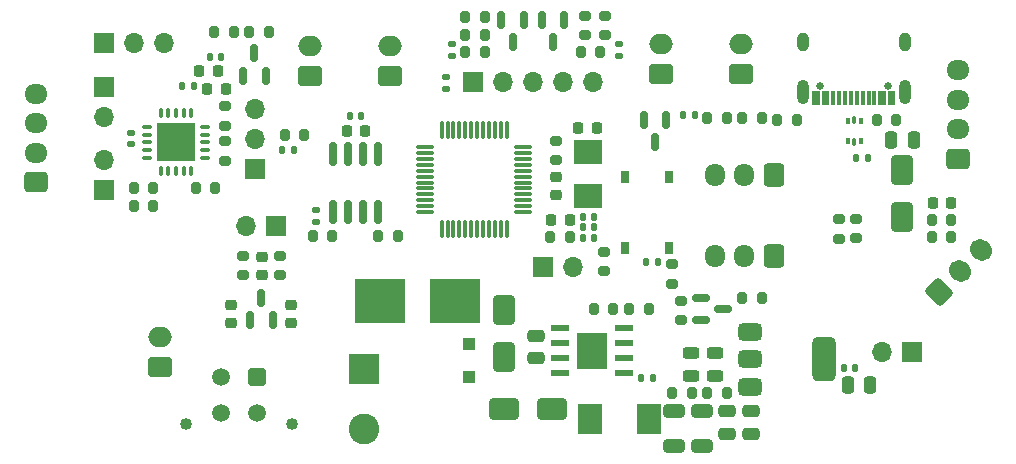
<source format=gbr>
%TF.GenerationSoftware,KiCad,Pcbnew,8.0.2-1*%
%TF.CreationDate,2024-05-25T19:53:03-04:00*%
%TF.ProjectId,checkpoint,63686563-6b70-46f6-996e-742e6b696361,v1.1*%
%TF.SameCoordinates,Original*%
%TF.FileFunction,Soldermask,Top*%
%TF.FilePolarity,Negative*%
%FSLAX46Y46*%
G04 Gerber Fmt 4.6, Leading zero omitted, Abs format (unit mm)*
G04 Created by KiCad (PCBNEW 8.0.2-1) date 2024-05-25 19:53:03*
%MOMM*%
%LPD*%
G01*
G04 APERTURE LIST*
G04 Aperture macros list*
%AMRoundRect*
0 Rectangle with rounded corners*
0 $1 Rounding radius*
0 $2 $3 $4 $5 $6 $7 $8 $9 X,Y pos of 4 corners*
0 Add a 4 corners polygon primitive as box body*
4,1,4,$2,$3,$4,$5,$6,$7,$8,$9,$2,$3,0*
0 Add four circle primitives for the rounded corners*
1,1,$1+$1,$2,$3*
1,1,$1+$1,$4,$5*
1,1,$1+$1,$6,$7*
1,1,$1+$1,$8,$9*
0 Add four rect primitives between the rounded corners*
20,1,$1+$1,$2,$3,$4,$5,0*
20,1,$1+$1,$4,$5,$6,$7,0*
20,1,$1+$1,$6,$7,$8,$9,0*
20,1,$1+$1,$8,$9,$2,$3,0*%
%AMHorizOval*
0 Thick line with rounded ends*
0 $1 width*
0 $2 $3 position (X,Y) of the first rounded end (center of the circle)*
0 $4 $5 position (X,Y) of the second rounded end (center of the circle)*
0 Add line between two ends*
20,1,$1,$2,$3,$4,$5,0*
0 Add two circle primitives to create the rounded ends*
1,1,$1,$2,$3*
1,1,$1,$4,$5*%
G04 Aperture macros list end*
%ADD10RoundRect,0.250000X0.750000X-0.600000X0.750000X0.600000X-0.750000X0.600000X-0.750000X-0.600000X0*%
%ADD11O,2.000000X1.700000*%
%ADD12RoundRect,0.140000X0.140000X0.170000X-0.140000X0.170000X-0.140000X-0.170000X0.140000X-0.170000X0*%
%ADD13RoundRect,0.200000X0.275000X-0.200000X0.275000X0.200000X-0.275000X0.200000X-0.275000X-0.200000X0*%
%ADD14RoundRect,0.250000X0.475000X-0.250000X0.475000X0.250000X-0.475000X0.250000X-0.475000X-0.250000X0*%
%ADD15RoundRect,0.200000X0.200000X0.275000X-0.200000X0.275000X-0.200000X-0.275000X0.200000X-0.275000X0*%
%ADD16R,1.700000X1.700000*%
%ADD17O,1.700000X1.700000*%
%ADD18RoundRect,0.075000X-0.075000X0.337500X-0.075000X-0.337500X0.075000X-0.337500X0.075000X0.337500X0*%
%ADD19RoundRect,0.075000X-0.337500X0.075000X-0.337500X-0.075000X0.337500X-0.075000X0.337500X0.075000X0*%
%ADD20R,3.250000X3.250000*%
%ADD21RoundRect,0.250000X-0.475000X0.250000X-0.475000X-0.250000X0.475000X-0.250000X0.475000X0.250000X0*%
%ADD22RoundRect,0.093750X-0.093750X0.156250X-0.093750X-0.156250X0.093750X-0.156250X0.093750X0.156250X0*%
%ADD23RoundRect,0.075000X-0.075000X0.250000X-0.075000X-0.250000X0.075000X-0.250000X0.075000X0.250000X0*%
%ADD24RoundRect,0.225000X0.225000X0.250000X-0.225000X0.250000X-0.225000X-0.250000X0.225000X-0.250000X0*%
%ADD25RoundRect,0.140000X-0.170000X0.140000X-0.170000X-0.140000X0.170000X-0.140000X0.170000X0.140000X0*%
%ADD26RoundRect,0.250000X0.650000X-1.000000X0.650000X1.000000X-0.650000X1.000000X-0.650000X-1.000000X0*%
%ADD27RoundRect,0.200000X-0.200000X-0.275000X0.200000X-0.275000X0.200000X0.275000X-0.200000X0.275000X0*%
%ADD28RoundRect,0.150000X0.150000X-0.587500X0.150000X0.587500X-0.150000X0.587500X-0.150000X-0.587500X0*%
%ADD29RoundRect,0.243750X-0.456250X0.243750X-0.456250X-0.243750X0.456250X-0.243750X0.456250X0.243750X0*%
%ADD30RoundRect,0.140000X-0.140000X-0.170000X0.140000X-0.170000X0.140000X0.170000X-0.140000X0.170000X0*%
%ADD31RoundRect,0.250000X-0.650000X0.325000X-0.650000X-0.325000X0.650000X-0.325000X0.650000X0.325000X0*%
%ADD32RoundRect,0.218750X0.218750X0.256250X-0.218750X0.256250X-0.218750X-0.256250X0.218750X-0.256250X0*%
%ADD33RoundRect,0.075000X0.662500X0.075000X-0.662500X0.075000X-0.662500X-0.075000X0.662500X-0.075000X0*%
%ADD34RoundRect,0.075000X0.075000X0.662500X-0.075000X0.662500X-0.075000X-0.662500X0.075000X-0.662500X0*%
%ADD35R,2.600000X2.600000*%
%ADD36C,2.600000*%
%ADD37RoundRect,0.150000X-0.150000X0.587500X-0.150000X-0.587500X0.150000X-0.587500X0.150000X0.587500X0*%
%ADD38RoundRect,0.250000X-0.250000X-0.475000X0.250000X-0.475000X0.250000X0.475000X-0.250000X0.475000X0*%
%ADD39RoundRect,0.225000X-0.250000X0.225000X-0.250000X-0.225000X0.250000X-0.225000X0.250000X0.225000X0*%
%ADD40RoundRect,0.150000X-0.150000X0.825000X-0.150000X-0.825000X0.150000X-0.825000X0.150000X0.825000X0*%
%ADD41RoundRect,0.250000X0.600000X0.725000X-0.600000X0.725000X-0.600000X-0.725000X0.600000X-0.725000X0*%
%ADD42O,1.700000X1.950000*%
%ADD43RoundRect,0.200000X-0.275000X0.200000X-0.275000X-0.200000X0.275000X-0.200000X0.275000X0.200000X0*%
%ADD44R,1.550000X0.600000*%
%ADD45R,2.600000X3.100000*%
%ADD46RoundRect,0.375000X-0.625000X-0.375000X0.625000X-0.375000X0.625000X0.375000X-0.625000X0.375000X0*%
%ADD47RoundRect,0.500000X-0.500000X-1.400000X0.500000X-1.400000X0.500000X1.400000X-0.500000X1.400000X0*%
%ADD48R,4.240000X3.810000*%
%ADD49R,2.000000X2.500000*%
%ADD50RoundRect,0.225000X-0.225000X-0.250000X0.225000X-0.250000X0.225000X0.250000X-0.225000X0.250000X0*%
%ADD51R,2.400000X2.000000*%
%ADD52RoundRect,0.225000X0.250000X-0.225000X0.250000X0.225000X-0.250000X0.225000X-0.250000X-0.225000X0*%
%ADD53RoundRect,0.250000X0.725000X-0.600000X0.725000X0.600000X-0.725000X0.600000X-0.725000X-0.600000X0*%
%ADD54O,1.950000X1.700000*%
%ADD55R,0.750000X1.000000*%
%ADD56RoundRect,0.250000X1.000000X0.650000X-1.000000X0.650000X-1.000000X-0.650000X1.000000X-0.650000X0*%
%ADD57C,0.650000*%
%ADD58R,0.300000X1.150000*%
%ADD59O,1.000000X2.100000*%
%ADD60O,1.000000X1.600000*%
%ADD61RoundRect,0.250000X-0.300000X0.300000X-0.300000X-0.300000X0.300000X-0.300000X0.300000X0.300000X0*%
%ADD62RoundRect,0.150000X-0.587500X-0.150000X0.587500X-0.150000X0.587500X0.150000X-0.587500X0.150000X0*%
%ADD63C,1.020000*%
%ADD64RoundRect,0.250001X0.499999X0.499999X-0.499999X0.499999X-0.499999X-0.499999X0.499999X-0.499999X0*%
%ADD65C,1.500000*%
%ADD66RoundRect,0.250000X0.088388X-0.936916X0.936916X-0.088388X-0.088388X0.936916X-0.936916X0.088388X0*%
%ADD67HorizOval,1.700000X-0.088388X0.088388X0.088388X-0.088388X0*%
G04 APERTURE END LIST*
D10*
%TO.C,J1*%
X27039592Y-7108882D03*
D11*
X27039592Y-4608882D03*
%TD*%
D12*
%TO.C,C5*%
X19479592Y-5488882D03*
X18519592Y-5488882D03*
%TD*%
D13*
%TO.C,R23*%
X71810000Y-19235000D03*
X71810000Y-20885000D03*
%TD*%
D12*
%TO.C,C6*%
X17170000Y-7980000D03*
X16210000Y-7980000D03*
%TD*%
D14*
%TO.C,C27*%
X46140000Y-31010000D03*
X46140000Y-29110000D03*
%TD*%
D15*
%TO.C,R35*%
X55704592Y-26848882D03*
X54054592Y-26848882D03*
%TD*%
D12*
%TO.C,C4*%
X59569592Y-10388882D03*
X58609592Y-10388882D03*
%TD*%
D16*
%TO.C,JP1*%
X24144592Y-19858882D03*
D17*
X21604592Y-19858882D03*
%TD*%
D18*
%TO.C,U1*%
X16979592Y-10285793D03*
X16329592Y-10285793D03*
X15679592Y-10285793D03*
X15029592Y-10285793D03*
X14379592Y-10285793D03*
D19*
X13242092Y-11423293D03*
X13242092Y-12073293D03*
X13242092Y-12723293D03*
X13242092Y-13373293D03*
X13242092Y-14023293D03*
D18*
X14379592Y-15160793D03*
X15029592Y-15160793D03*
X15679592Y-15160793D03*
X16329592Y-15160793D03*
X16979592Y-15160793D03*
D19*
X18117092Y-14023293D03*
X18117092Y-13373293D03*
X18117092Y-12723293D03*
X18117092Y-12073293D03*
X18117092Y-11423293D03*
D20*
X15679592Y-12723293D03*
%TD*%
D15*
%TO.C,R10*%
X41805000Y-2147500D03*
X40155000Y-2147500D03*
%TD*%
D21*
%TO.C,C30*%
X62349592Y-35498882D03*
X62349592Y-37398882D03*
%TD*%
D15*
%TO.C,R13*%
X18985000Y-16560000D03*
X17335000Y-16560000D03*
%TD*%
D13*
%TO.C,R20*%
X24469592Y-24003882D03*
X24469592Y-22353882D03*
%TD*%
%TO.C,R26*%
X57620000Y-24725000D03*
X57620000Y-23075000D03*
%TD*%
%TO.C,R7*%
X50260000Y-3675000D03*
X50260000Y-2025000D03*
%TD*%
D22*
%TO.C,U4*%
X73632092Y-10948882D03*
D23*
X73094592Y-10873882D03*
D22*
X72557092Y-10948882D03*
X72557092Y-12648882D03*
D23*
X73094592Y-12723882D03*
D22*
X73632092Y-12648882D03*
%TD*%
D24*
%TO.C,C20*%
X51289592Y-11553882D03*
X49739592Y-11553882D03*
%TD*%
D25*
%TO.C,C3*%
X53180000Y-4430000D03*
X53180000Y-5390000D03*
%TD*%
D26*
%TO.C,D10*%
X43400000Y-30907500D03*
X43400000Y-26907500D03*
%TD*%
D12*
%TO.C,C1*%
X25619592Y-13380000D03*
X24659592Y-13380000D03*
%TD*%
D25*
%TO.C,C7*%
X11844592Y-11908882D03*
X11844592Y-12868882D03*
%TD*%
D27*
%TO.C,R8*%
X63624592Y-10648882D03*
X65274592Y-10648882D03*
%TD*%
D24*
%TO.C,C8*%
X31668668Y-11746607D03*
X30118668Y-11746607D03*
%TD*%
D28*
%TO.C,D5*%
X21944592Y-27771382D03*
X23844592Y-27771382D03*
X22894592Y-25896382D03*
%TD*%
D29*
%TO.C,D8*%
X61280000Y-30602500D03*
X61280000Y-32477500D03*
%TD*%
D30*
%TO.C,C18*%
X50110000Y-20860000D03*
X51070000Y-20860000D03*
%TD*%
D31*
%TO.C,C31*%
X60194592Y-35508882D03*
X60194592Y-38458882D03*
%TD*%
D10*
%TO.C,J2*%
X33824592Y-7108882D03*
D11*
X33824592Y-4608882D03*
%TD*%
D15*
%TO.C,R34*%
X62305000Y-33950000D03*
X60655000Y-33950000D03*
%TD*%
D10*
%TO.C,J10*%
X14319592Y-31733882D03*
D11*
X14319592Y-29233882D03*
%TD*%
D31*
%TO.C,C32*%
X57869592Y-35508882D03*
X57869592Y-38458882D03*
%TD*%
D32*
%TO.C,L2*%
X48987092Y-19278882D03*
X47412092Y-19278882D03*
%TD*%
D15*
%TO.C,R6*%
X41795000Y-3607500D03*
X40145000Y-3607500D03*
%TD*%
D13*
%TO.C,R21*%
X21369592Y-23983882D03*
X21369592Y-22333882D03*
%TD*%
D33*
%TO.C,U3*%
X45067092Y-18641382D03*
X45067092Y-18141382D03*
X45067092Y-17641382D03*
X45067092Y-17141382D03*
X45067092Y-16641382D03*
X45067092Y-16141382D03*
X45067092Y-15641382D03*
X45067092Y-15141382D03*
X45067092Y-14641382D03*
X45067092Y-14141382D03*
X45067092Y-13641382D03*
X45067092Y-13141382D03*
D34*
X43654592Y-11728882D03*
X43154592Y-11728882D03*
X42654592Y-11728882D03*
X42154592Y-11728882D03*
X41654592Y-11728882D03*
X41154592Y-11728882D03*
X40654592Y-11728882D03*
X40154592Y-11728882D03*
X39654592Y-11728882D03*
X39154592Y-11728882D03*
X38654592Y-11728882D03*
X38154592Y-11728882D03*
D33*
X36742092Y-13141382D03*
X36742092Y-13641382D03*
X36742092Y-14141382D03*
X36742092Y-14641382D03*
X36742092Y-15141382D03*
X36742092Y-15641382D03*
X36742092Y-16141382D03*
X36742092Y-16641382D03*
X36742092Y-17141382D03*
X36742092Y-17641382D03*
X36742092Y-18141382D03*
X36742092Y-18641382D03*
D34*
X38154592Y-20053882D03*
X38654592Y-20053882D03*
X39154592Y-20053882D03*
X39654592Y-20053882D03*
X40154592Y-20053882D03*
X40654592Y-20053882D03*
X41154592Y-20053882D03*
X41654592Y-20053882D03*
X42154592Y-20053882D03*
X42654592Y-20053882D03*
X43154592Y-20053882D03*
X43654592Y-20053882D03*
%TD*%
D15*
%TO.C,R28*%
X59345000Y-33950000D03*
X57695000Y-33950000D03*
%TD*%
D13*
%TO.C,R25*%
X51930000Y-23645000D03*
X51930000Y-21995000D03*
%TD*%
D15*
%TO.C,R29*%
X49024592Y-20738882D03*
X47374592Y-20738882D03*
%TD*%
D29*
%TO.C,D6*%
X59230000Y-30602500D03*
X59230000Y-32477500D03*
%TD*%
D15*
%TO.C,R12*%
X68235000Y-10830000D03*
X66585000Y-10830000D03*
%TD*%
D35*
%TO.C,J18*%
X31625000Y-31955000D03*
D36*
X31625000Y-37035000D03*
%TD*%
D15*
%TO.C,R31*%
X65275000Y-25900000D03*
X63625000Y-25900000D03*
%TD*%
D27*
%TO.C,R24*%
X79675000Y-20750000D03*
X81325000Y-20750000D03*
%TD*%
D13*
%TO.C,R11*%
X51980000Y-3665000D03*
X51980000Y-2015000D03*
%TD*%
D15*
%TO.C,R33*%
X76664592Y-10838882D03*
X75014592Y-10838882D03*
%TD*%
%TO.C,R5*%
X23514592Y-3428882D03*
X21864592Y-3428882D03*
%TD*%
D26*
%TO.C,D7*%
X77140000Y-19090000D03*
X77140000Y-15090000D03*
%TD*%
D37*
%TO.C,D2*%
X45120000Y-2400000D03*
X43220000Y-2400000D03*
X44170000Y-4275000D03*
%TD*%
D38*
%TO.C,C25*%
X72530000Y-33270000D03*
X74430000Y-33270000D03*
%TD*%
D39*
%TO.C,C17*%
X47839592Y-15653882D03*
X47839592Y-17203882D03*
%TD*%
D12*
%TO.C,C14*%
X56460000Y-22880000D03*
X55500000Y-22880000D03*
%TD*%
D40*
%TO.C,U2*%
X32765000Y-13705000D03*
X31495000Y-13705000D03*
X30225000Y-13705000D03*
X28955000Y-13705000D03*
X28955000Y-18655000D03*
X30225000Y-18655000D03*
X31495000Y-18655000D03*
X32765000Y-18655000D03*
%TD*%
D16*
%TO.C,JP2*%
X77953454Y-30490000D03*
D17*
X75413454Y-30490000D03*
%TD*%
D37*
%TO.C,D3*%
X48522500Y-2392500D03*
X46622500Y-2392500D03*
X47572500Y-4267500D03*
%TD*%
D16*
%TO.C,J8*%
X9539592Y-16788882D03*
D17*
X9539592Y-14248882D03*
%TD*%
D30*
%TO.C,C24*%
X73279592Y-14038882D03*
X74239592Y-14038882D03*
%TD*%
D41*
%TO.C,J15*%
X66300000Y-22320000D03*
D42*
X63800000Y-22320000D03*
X61300000Y-22320000D03*
%TD*%
D25*
%TO.C,C10*%
X27544592Y-18478882D03*
X27544592Y-19438882D03*
%TD*%
D43*
%TO.C,R22*%
X73270000Y-19225000D03*
X73270000Y-20875000D03*
%TD*%
D13*
%TO.C,R17*%
X19830000Y-11315000D03*
X19830000Y-9665000D03*
%TD*%
D44*
%TO.C,U6*%
X53579592Y-32283882D03*
X53579592Y-31013882D03*
X53579592Y-29743882D03*
X53579592Y-28473882D03*
X48179592Y-28473882D03*
X48179592Y-29743882D03*
X48179592Y-31013882D03*
X48179592Y-32283882D03*
D45*
X50879592Y-30378882D03*
%TD*%
D30*
%TO.C,C22*%
X50110000Y-19020000D03*
X51070000Y-19020000D03*
%TD*%
D46*
%TO.C,U5*%
X64229592Y-28818882D03*
X64229592Y-31118882D03*
D47*
X70529592Y-31118882D03*
D46*
X64229592Y-33418882D03*
%TD*%
D16*
%TO.C,J16*%
X40810000Y-7630000D03*
D17*
X43350000Y-7630000D03*
X45890000Y-7630000D03*
X48430000Y-7630000D03*
X50970000Y-7630000D03*
%TD*%
D16*
%TO.C,J6*%
X9534592Y-4358882D03*
D17*
X12074592Y-4358882D03*
X14614592Y-4358882D03*
%TD*%
D30*
%TO.C,C26*%
X72210000Y-31820000D03*
X73170000Y-31820000D03*
%TD*%
D10*
%TO.C,J3*%
X56739592Y-6908882D03*
D11*
X56739592Y-4408882D03*
%TD*%
D38*
%TO.C,C23*%
X76240000Y-12550000D03*
X78140000Y-12550000D03*
%TD*%
D15*
%TO.C,R18*%
X34435000Y-20650000D03*
X32785000Y-20650000D03*
%TD*%
D21*
%TO.C,C29*%
X64319592Y-35498882D03*
X64319592Y-37398882D03*
%TD*%
D43*
%TO.C,R16*%
X19844592Y-12625000D03*
X19844592Y-14275000D03*
%TD*%
D48*
%TO.C,F1*%
X39275000Y-26140000D03*
X32905000Y-26140000D03*
%TD*%
D16*
%TO.C,J5*%
X9549592Y-8019471D03*
D17*
X9549592Y-10559471D03*
%TD*%
D43*
%TO.C,R32*%
X47839592Y-12603882D03*
X47839592Y-14253882D03*
%TD*%
D49*
%TO.C,L3*%
X50709592Y-36178882D03*
X55709592Y-36178882D03*
%TD*%
D30*
%TO.C,C28*%
X55079592Y-32698882D03*
X56039592Y-32698882D03*
%TD*%
D50*
%TO.C,C15*%
X79725000Y-17830000D03*
X81275000Y-17830000D03*
%TD*%
D16*
%TO.C,J11*%
X46719592Y-23278882D03*
D17*
X49259592Y-23278882D03*
%TD*%
D51*
%TO.C,Y1*%
X50539592Y-17278882D03*
X50539592Y-13578882D03*
%TD*%
D25*
%TO.C,C19*%
X38540000Y-7220000D03*
X38540000Y-8180000D03*
%TD*%
D52*
%TO.C,C13*%
X20309592Y-28043882D03*
X20309592Y-26493882D03*
%TD*%
D27*
%TO.C,R2*%
X40145000Y-5087500D03*
X41795000Y-5087500D03*
%TD*%
D28*
%TO.C,D1*%
X21359592Y-7086382D03*
X23259592Y-7086382D03*
X22309592Y-5211382D03*
%TD*%
D30*
%TO.C,C21*%
X50120000Y-19940000D03*
X51080000Y-19940000D03*
%TD*%
D15*
%TO.C,R3*%
X51595000Y-5060000D03*
X49945000Y-5060000D03*
%TD*%
D41*
%TO.C,J14*%
X66290000Y-15535000D03*
D42*
X63790000Y-15535000D03*
X61290000Y-15535000D03*
%TD*%
D24*
%TO.C,C16*%
X19204592Y-6678882D03*
X17654592Y-6678882D03*
%TD*%
D53*
%TO.C,J7*%
X3790000Y-16110000D03*
D54*
X3790000Y-13610000D03*
X3790000Y-11110000D03*
X3790000Y-8610000D03*
%TD*%
D27*
%TO.C,R4*%
X60654592Y-10648882D03*
X62304592Y-10648882D03*
%TD*%
D55*
%TO.C,SW1*%
X53665000Y-21668882D03*
X53665000Y-15668882D03*
X57415000Y-21668882D03*
X57415000Y-15668882D03*
%TD*%
D15*
%TO.C,R36*%
X52704592Y-26858882D03*
X51054592Y-26858882D03*
%TD*%
D43*
%TO.C,R30*%
X58400000Y-26165000D03*
X58400000Y-27815000D03*
%TD*%
D39*
%TO.C,C12*%
X25369592Y-26483882D03*
X25369592Y-28033882D03*
%TD*%
D32*
%TO.C,L1*%
X19885000Y-8260000D03*
X18310000Y-8260000D03*
%TD*%
D25*
%TO.C,C2*%
X39030000Y-4440000D03*
X39030000Y-5400000D03*
%TD*%
D37*
%TO.C,D4*%
X57160000Y-10842500D03*
X55260000Y-10842500D03*
X56210000Y-12717500D03*
%TD*%
D53*
%TO.C,J13*%
X81840000Y-14140000D03*
D54*
X81840000Y-11640000D03*
X81840000Y-9140000D03*
X81840000Y-6640000D03*
%TD*%
D27*
%TO.C,R15*%
X12069592Y-16583882D03*
X13719592Y-16583882D03*
%TD*%
D39*
%TO.C,C11*%
X22919592Y-22403882D03*
X22919592Y-23953882D03*
%TD*%
D15*
%TO.C,R19*%
X28915000Y-20630000D03*
X27265000Y-20630000D03*
%TD*%
D56*
%TO.C,D11*%
X47467500Y-35340000D03*
X43467500Y-35340000D03*
%TD*%
D12*
%TO.C,C9*%
X31324592Y-10533882D03*
X30364592Y-10533882D03*
%TD*%
D57*
%TO.C,J17*%
X75939592Y-7938882D03*
X70159592Y-7938882D03*
D58*
X76399592Y-9003882D03*
X75599592Y-9003882D03*
X74299592Y-9003882D03*
X73299592Y-9003882D03*
X72799592Y-9003882D03*
X71799592Y-9003882D03*
X70499592Y-9003882D03*
X69699592Y-9003882D03*
X69999592Y-9003882D03*
X70799592Y-9003882D03*
X71299592Y-9003882D03*
X72299592Y-9003882D03*
X73799592Y-9003882D03*
X74799592Y-9003882D03*
X75299592Y-9003882D03*
X76099592Y-9003882D03*
D59*
X77369592Y-8438882D03*
D60*
X77369592Y-4258882D03*
D59*
X68729592Y-8438882D03*
D60*
X68729592Y-4258882D03*
%TD*%
D15*
%TO.C,R27*%
X81325000Y-19290000D03*
X79675000Y-19290000D03*
%TD*%
%TO.C,R1*%
X26505000Y-12130000D03*
X24855000Y-12130000D03*
%TD*%
D16*
%TO.C,J9*%
X22379592Y-14958882D03*
D17*
X22379592Y-12418882D03*
X22379592Y-9878882D03*
%TD*%
D27*
%TO.C,R14*%
X12069592Y-18083882D03*
X13719592Y-18083882D03*
%TD*%
D61*
%TO.C,D9*%
X40440000Y-29772500D03*
X40440000Y-32572500D03*
%TD*%
D27*
%TO.C,R9*%
X18895000Y-3430000D03*
X20545000Y-3430000D03*
%TD*%
D62*
%TO.C,Q1*%
X60112500Y-25920000D03*
X60112500Y-27820000D03*
X61987500Y-26870000D03*
%TD*%
D10*
%TO.C,J4*%
X63509592Y-6908882D03*
D11*
X63509592Y-4408882D03*
%TD*%
D63*
%TO.C,J19*%
X25519592Y-36578882D03*
X16519592Y-36578882D03*
D64*
X22519592Y-32638882D03*
D65*
X19519592Y-32638882D03*
X22519592Y-35638882D03*
X19519592Y-35638882D03*
%TD*%
D66*
%TO.C,J12*%
X80271752Y-25377286D03*
D67*
X82039519Y-23609519D03*
X83807286Y-21841752D03*
%TD*%
M02*

</source>
